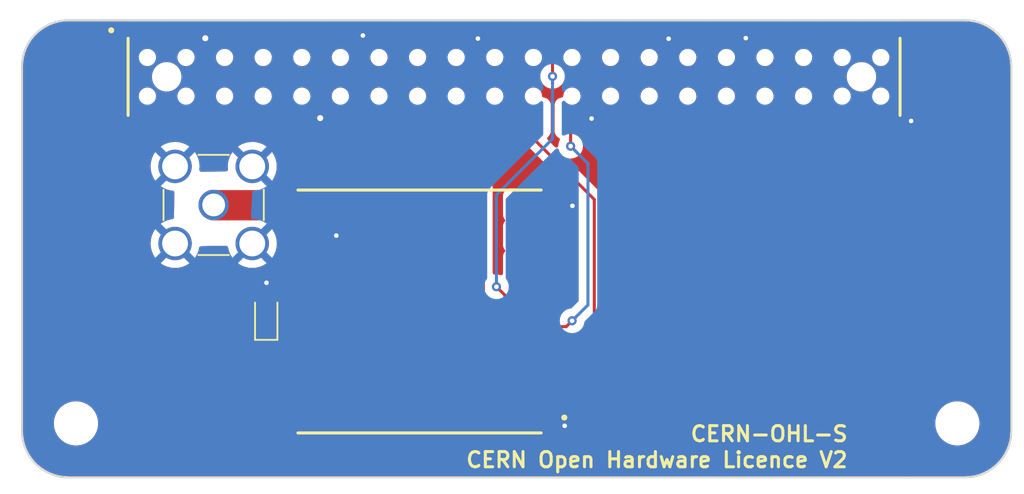
<source format=kicad_pcb>
(kicad_pcb (version 20240108) (generator "pcbnew") (generator_version "8.0")
  (layers (0 "F.Cu" signal) (31 "B.Cu" signal) (34 "B.Paste" user) (35 "F.Paste" user) (36 "B.SilkS" user "B.Silkscreen") (37 "F.SilkS" user "F.Silkscreen") (38 "B.Mask" user) (39 "F.Mask" user) (44 "Edge.Cuts" user))
  (net 0 "")
  (net 1 "5v2RPi")
  (net 2 "GND")
  (net 3 "ANT")
  (net 4 "3v3")
  (footprint "library-kicad:RFM69HCW" (layer "F.Cu") (at 157.52 95.58 180)
    (property "Reference" "REF**" (hide yes))
    (property "Value" "RFM69HCW")
    (fp_line (start 8 8) (end -8 8) (stroke (width 0.2032)) (layer "F.SilkS"))
    (fp_line (start -8 -8) (end 8 -8) (stroke (width 0.2032)) (layer "F.SilkS"))
    (fp_circle (center -9.525 -6.985) (end -9.425 -6.985) (stroke (width 0.2)) (fill none) (layer "F.SilkS"))
    (pad "" smd rect (at -7.5 -7 180) (size 3 1.2) (layers "F.Cu" "F.Paste" "F.Mask") (net 2 "GND"))
    (pad "" smd rect (at -7.5 7 180) (size 3 1.2) (layers "F.Cu" "F.Paste" "F.Mask") (net 2 "GND"))
    (pad "" smd rect (at 7.5 5 180) (size 3 1.2) (layers "F.Cu" "F.Paste" "F.Mask") (net 2 "GND"))
    (pad "" smd rect (at 7.5 7 180) (size 3 1.2) (layers "F.Cu" "F.Paste" "F.Mask") (net 3 "ANT"))
    (pad "3.3v" smd rect (at 7.5 -1 180) (size 3 1.2) (layers "F.Cu" "F.Paste" "F.Mask") (net 4 "3v3"))
    (pad "DIO0" smd rect (at 7.5 -3 180) (size 3 1.2) (layers "F.Cu" "F.Paste" "F.Mask"))
    (pad "DIO1" smd rect (at 7.5 -5 180) (size 3 1.2) (layers "F.Cu" "F.Paste" "F.Mask"))
    (pad "DIO2" smd rect (at 7.5 -7 180) (size 3 1.2) (layers "F.Cu" "F.Paste" "F.Mask"))
    (pad "DIO3" smd rect (at 7.5 3 180) (size 3 1.2) (layers "F.Cu" "F.Paste" "F.Mask"))
    (pad "DIO4" smd rect (at 7.5 1 180) (size 3 1.2) (layers "F.Cu" "F.Paste" "F.Mask"))
    (pad "DIO5" smd rect (at -7.5 5 180) (size 3 1.2) (layers "F.Cu" "F.Paste" "F.Mask"))
    (pad "MISO" smd rect (at -7.5 -5 180) (size 3 1.2) (layers "F.Cu" "F.Paste" "F.Mask"))
    (pad "MOSI" smd rect (at -7.5 -3 180) (size 3 1.2) (layers "F.Cu" "F.Paste" "F.Mask"))
    (pad "NSS" smd rect (at -7.5 1 180) (size 3 1.2) (layers "F.Cu" "F.Paste" "F.Mask"))
    (pad "RST" smd rect (at -7.5 3 180) (size 3 1.2) (layers "F.Cu" "F.Paste" "F.Mask"))
    (pad "SCK" smd rect (at -7.5 -1 180) (size 3 1.2) (layers "F.Cu" "F.Paste" "F.Mask"))
  )
  (footprint "Fiducial:Fiducial_1mm_Mask2mm" (layer "F.Cu") (at 133.04 99.33 90)
    (property "Reference" "FID1" (hide yes))
    (property "Value" "Fiducial_1mm_Mask2mm" (hide yes))
    (pad "" smd circle (at 0 0 90) (size 1 1) (layers "F.Cu" "F.Mask") (clearance 0.5))
  )
  (footprint "Fiducial:Fiducial_1mm_Mask2mm" (layer "F.Cu") (at 194.24 78.63 90)
    (property "Reference" "FID4" (hide yes))
    (property "Value" "Fiducial_1mm_Mask2mm" (hide yes))
    (pad "" smd circle (at 0 0 90) (size 1 1) (layers "F.Cu" "F.Mask") (clearance 0.5))
  )
  (footprint "Fiducial:Fiducial_1mm_Mask2mm" (layer "F.Cu") (at 139.92 104.81 90)
    (property "Reference" "FID3" (hide yes))
    (property "Value" "Fiducial_1mm_Mask2mm" (hide yes))
    (pad "" smd circle (at 0 0 90) (size 1 1) (layers "F.Cu" "F.Mask") (clearance 0.5))
  )
  (footprint "digikey-footprints:RPi_SMD" (layer "F.Cu") (at 163.26 92.155 90)
    (property "Reference" "REF**" (hide yes))
    (property "Value" "RPi_SMD" (hide yes))
    (fp_line (start 14.575 -24.92) (end 9.495 -24.92) (stroke (width 0.2)) (layer "F.SilkS"))
    (fp_line (start 14.575 25.88) (end 9.495 25.88) (stroke (width 0.2)) (layer "F.SilkS"))
    (fp_circle (center 15.1 -26.03) (end 15.1 -26.13) (stroke (width 0.2)) (fill none) (layer "F.SilkS"))
    (fp_line (start 12.705 -31.91) (end -7.855 -31.91) (stroke (width 0.12)) (layer "Edge.Cuts"))
    (fp_line (start -7.855 -31.91) (end -11.295 -31.91) (stroke (width 0.12)) (layer "Edge.Cuts"))
    (fp_line (start 15.765 -28.85) (end 15.765 30.15) (stroke (width 0.12)) (layer "Edge.Cuts"))
    (fp_line (start -14.355 -28.85) (end -14.355 26.46) (stroke (width 0.12)) (layer "Edge.Cuts"))
    (fp_line (start -14.355 26.46) (end -14.355 30.15) (stroke (width 0.12)) (layer "Edge.Cuts"))
    (fp_line (start 12.705 33.21) (end -11.295 33.21) (stroke (width 0.12)) (layer "Edge.Cuts"))
    (fp_arc (start 12.705 -31.91) (mid 14.868747 -31.013747) (end 15.765 -28.85) (stroke (width 0.12)) (layer "Edge.Cuts"))
    (fp_arc (start -14.355 -28.85) (mid -13.458747 -31.013747) (end -11.295 -31.91) (stroke (width 0.12)) (layer "Edge.Cuts"))
    (fp_arc (start 15.765 30.15) (mid 14.868747 32.313747) (end 12.705 33.21) (stroke (width 0.12)) (layer "Edge.Cuts"))
    (fp_arc (start -11.295 33.21) (mid -13.458747 32.313747) (end -14.355 30.15) (stroke (width 0.12)) (layer "Edge.Cuts"))
    (pad "" np_thru_hole circle (at -10.795 -28.35) (size 2.75 2.75) (drill 2.75) (layers "*.Cu" "*.Mask"))
    (pad "" np_thru_hole circle (at -10.795 29.65) (size 2.75 2.75) (drill 2.75) (layers "*.Cu" "*.Mask"))
    (pad "" smd rect (at 9.315 -3.33 180) (size 1.27 1.68) (layers "F.Cu" "F.Paste" "F.Mask") (net 4 "3v3"))
    (pad "" np_thru_hole circle (at 10.765 -23.65 180) (size 0.97 0.97) (drill 0.97) (layers "*.Cu" "*.Mask"))
    (pad "" np_thru_hole circle (at 10.765 -21.11 180) (size 0.97 0.97) (drill 0.97) (layers "*.Cu" "*.Mask"))
    (pad "" np_thru_hole circle (at 10.765 -18.57 180) (size 0.97 0.97) (drill 0.97) (layers "*.Cu" "*.Mask"))
    (pad "" np_thru_hole circle (at 10.765 -16.03 180) (size 0.97 0.97) (drill 0.97) (layers "*.Cu" "*.Mask"))
    (pad "" np_thru_hole circle (at 10.765 -13.49 180) (size 0.97 0.97) (drill 0.97) (layers "*.Cu" "*.Mask"))
    (pad "" np_thru_hole circle (at 10.765 -10.95 180) (size 0.97 0.97) (drill 0.97) (layers "*.Cu" "*.Mask"))
    (pad "" np_thru_hole circle (at 10.765 -8.41 180) (size 0.97 0.97) (drill 0.97) (layers "*.Cu" "*.Mask"))
    (pad "" np_thru_hole circle (at 10.765 -5.87 180) (size 0.97 0.97) (drill 0.97) (layers "*.Cu" "*.Mask"))
    (pad "" np_thru_hole circle (at 10.765 -3.33 180) (size 0.97 0.97) (drill 0.97) (layers "*.Cu" "*.Mask"))
    (pad "" np_thru_hole circle (at 10.765 -0.79 180) (size 0.97 0.97) (drill 0.97) (layers "*.Cu" "*.Mask"))
    (pad "" np_thru_hole circle (at 10.765 1.75 180) (size 0.97 0.97) (drill 0.97) (layers "*.Cu" "*.Mask"))
    (pad "" np_thru_hole circle (at 10.765 4.29 180) (size 0.97 0.97) (drill 0.97) (layers "*.Cu" "*.Mask"))
    (pad "" np_thru_hole circle (at 10.765 6.83 180) (size 0.97 0.97) (drill 0.97) (layers "*.Cu" "*.Mask"))
    (pad "" np_thru_hole circle (at 10.765 9.37 180) (size 0.97 0.97) (drill 0.97) (layers "*.Cu" "*.Mask"))
    (pad "" np_thru_hole circle (at 10.765 11.91 180) (size 0.97 0.97) (drill 0.97) (layers "*.Cu" "*.Mask"))
    (pad "" np_thru_hole circle (at 10.765 14.45 180) (size 0.97 0.97) (drill 0.97) (layers "*.Cu" "*.Mask"))
    (pad "" np_thru_hole circle (at 10.765 16.99 180) (size 0.97 0.97) (drill 0.97) (layers "*.Cu" "*.Mask"))
    (pad "" np_thru_hole circle (at 10.765 19.53 180) (size 0.97 0.97) (drill 0.97) (layers "*.Cu" "*.Mask"))
    (pad "" np_thru_hole circle (at 10.765 22.07 180) (size 0.97 0.97) (drill 0.97) (layers "*.Cu" "*.Mask"))
    (pad "" np_thru_hole circle (at 10.765 24.61 180) (size 0.97 0.97) (drill 0.97) (layers "*.Cu" "*.Mask"))
    (pad "" np_thru_hole circle (at 12.035 -22.38 180) (size 1.78 1.78) (drill 1.78) (layers "*.Cu" "*.Mask"))
    (pad "" np_thru_hole circle (at 12.035 23.34 180) (size 1.78 1.78) (drill 1.78) (layers "*.Cu" "*.Mask"))
    (pad "" np_thru_hole circle (at 13.305 -23.65 180) (size 0.97 0.97) (drill 0.97) (layers "*.Cu" "*.Mask"))
    (pad "" np_thru_hole circle (at 13.305 -21.11 180) (size 0.97 0.97) (drill 0.97) (layers "*.Cu" "*.Mask"))
    (pad "" np_thru_hole circle (at 13.305 -18.57 180) (size 0.97 0.97) (drill 0.97) (layers "*.Cu" "*.Mask"))
    (pad "" np_thru_hole circle (at 13.305 -16.03 180) (size 0.97 0.97) (drill 0.97) (layers "*.Cu" "*.Mask"))
    (pad "" np_thru_hole circle (at 13.305 -13.49 180) (size 0.97 0.97) (drill 0.97) (layers "*.Cu" "*.Mask"))
    (pad "" np_thru_hole circle (at 13.305 -10.95 180) (size 0.97 0.97) (drill 0.97) (layers "*.Cu" "*.Mask"))
    (pad "" np_thru_hole circle (at 13.305 -8.41 180) (size 0.97 0.97) (drill 0.97) (layers "*.Cu" "*.Mask"))
    (pad "" np_thru_hole circle (at 13.305 -5.87 180) (size 0.97 0.97) (drill 0.97) (layers "*.Cu" "*.Mask"))
    (pad "" np_thru_hole circle (at 13.305 -3.33 180) (size 0.97 0.97) (drill 0.97) (layers "*.Cu" "*.Mask"))
    (pad "" np_thru_hole circle (at 13.305 -0.79 180) (size 0.97 0.97) (drill 0.97) (layers "*.Cu" "*.Mask"))
    (pad "" np_thru_hole circle (at 13.305 1.75 180) (size 0.97 0.97) (drill 0.97) (layers "*.Cu" "*.Mask"))
    (pad "" np_thru_hole circle (at 13.305 4.29 180) (size 0.97 0.97) (drill 0.97) (layers "*.Cu" "*.Mask"))
    (pad "" np_thru_hole circle (at 13.305 6.83 180) (size 0.97 0.97) (drill 0.97) (layers "*.Cu" "*.Mask"))
    (pad "" np_thru_hole circle (at 13.305 9.37 180) (size 0.97 0.97) (drill 0.97) (layers "*.Cu" "*.Mask"))
    (pad "" np_thru_hole circle (at 13.305 11.91 180) (size 0.97 0.97) (drill 0.97) (layers "*.Cu" "*.Mask"))
    (pad "" np_thru_hole circle (at 13.305 14.45 180) (size 0.97 0.97) (drill 0.97) (layers "*.Cu" "*.Mask"))
    (pad "" np_thru_hole circle (at 13.305 16.99 180) (size 0.97 0.97) (drill 0.97) (layers "*.Cu" "*.Mask"))
    (pad "" np_thru_hole circle (at 13.305 19.53 180) (size 0.97 0.97) (drill 0.97) (layers "*.Cu" "*.Mask"))
    (pad "" np_thru_hole circle (at 13.305 22.07 180) (size 0.97 0.97) (drill 0.97) (layers "*.Cu" "*.Mask"))
    (pad "" np_thru_hole circle (at 13.305 24.61 180) (size 0.97 0.97) (drill 0.97) (layers "*.Cu" "*.Mask"))
    (pad "01" smd rect (at 14.755 -23.65 180) (size 1.27 1.68) (layers "F.Cu" "F.Paste" "F.Mask") (net 1 "5v2RPi"))
    (pad "03" smd rect (at 14.755 -21.11 180) (size 1.27 1.68) (layers "F.Cu" "F.Paste" "F.Mask"))
    (pad "3v3" smd rect (at 9.315 -23.65 180) (size 1.27 1.68) (layers "F.Cu" "F.Paste" "F.Mask"))
    (pad "04" smd rect (at 9.315 -21.11 180) (size 1.27 1.68) (layers "F.Cu" "F.Paste" "F.Mask"))
    (pad "06" smd rect (at 9.315 -18.57 180) (size 1.27 1.68) (layers "F.Cu" "F.Paste" "F.Mask"))
    (pad "07" smd rect (at 14.755 -16.03 180) (size 1.27 1.68) (layers "F.Cu" "F.Paste" "F.Mask"))
    (pad "08" smd rect (at 9.315 -16.03 180) (size 1.27 1.68) (layers "F.Cu" "F.Paste" "F.Mask"))
    (pad "09" smd rect (at 14.755 -13.49 180) (size 1.27 1.68) (layers "F.Cu" "F.Paste" "F.Mask"))
    (pad "11" smd rect (at 14.755 -10.95 180) (size 1.27 1.68) (layers "F.Cu" "F.Paste" "F.Mask"))
    (pad "14" smd rect (at 9.315 -8.41 180) (size 1.27 1.68) (layers "F.Cu" "F.Paste" "F.Mask"))
    (pad "15" smd rect (at 14.755 -5.87 180) (size 1.27 1.68) (layers "F.Cu" "F.Paste" "F.Mask"))
    (pad "16" smd rect (at 9.315 -5.87 180) (size 1.27 1.68) (layers "F.Cu" "F.Paste" "F.Mask"))
    (pad "17" smd rect (at 14.755 -3.33 180) (size 1.27 1.68) (layers "F.Cu" "F.Paste" "F.Mask"))
    (pad "21" smd rect (at 14.755 1.75 180) (size 1.27 1.68) (layers "F.Cu" "F.Paste" "F.Mask"))
    (pad "25" smd rect (at 14.755 6.83 180) (size 1.27 1.68) (layers "F.Cu" "F.Paste" "F.Mask"))
    (pad "27" smd rect (at 14.755 9.37 180) (size 1.27 1.68) (layers "F.Cu" "F.Paste" "F.Mask"))
    (pad "28" smd rect (at 9.315 9.37 180) (size 1.27 1.68) (layers "F.Cu" "F.Paste" "F.Mask"))
    (pad "30" smd rect (at 9.315 11.91 180) (size 1.27 1.68) (layers "F.Cu" "F.Paste" "F.Mask"))
    (pad "31" smd rect (at 14.755 14.45 180) (size 1.27 1.68) (layers "F.Cu" "F.Paste" "F.Mask"))
    (pad "32" smd rect (at 9.315 14.45 180) (size 1.27 1.68) (layers "F.Cu" "F.Paste" "F.Mask"))
    (pad "34" smd rect (at 9.315 16.99 180) (size 1.27 1.68) (layers "F.Cu" "F.Paste" "F.Mask"))
    (pad "35" smd rect (at 14.755 19.53 180) (size 1.27 1.68) (layers "F.Cu" "F.Paste" "F.Mask"))
    (pad "36" smd rect (at 9.315 19.53 180) (size 1.27 1.68) (layers "F.Cu" "F.Paste" "F.Mask"))
    (pad "37" smd rect (at 14.755 22.07 180) (size 1.27 1.68) (layers "F.Cu" "F.Paste" "F.Mask"))
    (pad "38" smd rect (at 9.315 22.07 180) (size 1.27 1.68) (layers "F.Cu" "F.Paste" "F.Mask"))
    (pad "39" smd rect (at 14.755 24.61 180) (size 1.27 1.68) (layers "F.Cu" "F.Paste" "F.Mask"))
    (pad "CE0_NSS" smd rect (at 14.755 4.29 180) (size 1.27 1.68) (layers "F.Cu" "F.Paste" "F.Mask"))
    (pad "GND" smd rect (at 9.315 -13.49 180) (size 1.27 1.68) (layers "F.Cu" "F.Paste" "F.Mask") (net 2 "GND"))
    (pad "GND" smd rect (at 9.315 6.83 180) (size 1.27 1.68) (layers "F.Cu" "F.Paste" "F.Mask") (net 2 "GND"))
    (pad "GND" smd rect (at 9.315 24.61 180) (size 1.27 1.68) (layers "F.Cu" "F.Paste" "F.Mask") (net 2 "GND"))
    (pad "GND" smd rect (at 14.755 -18.57 180) (size 1.27 1.68) (layers "F.Cu" "F.Paste" "F.Mask") (net 2 "GND"))
    (pad "GND" smd rect (at 14.755 -8.41 180) (size 1.27 1.68) (layers "F.Cu" "F.Paste" "F.Mask") (net 2 "GND"))
    (pad "GND" smd rect (at 14.755 -0.79 180) (size 1.27 1.68) (layers "F.Cu" "F.Paste" "F.Mask") (net 2 "GND"))
    (pad "GND" smd rect (at 14.755 11.91 180) (size 1.27 1.68) (layers "F.Cu" "F.Paste" "F.Mask") (net 2 "GND"))
    (pad "GND" smd rect (at 14.755 16.99 180) (size 1.27 1.68) (layers "F.Cu" "F.Paste" "F.Mask") (net 2 "GND"))
    (pad "GPIO17" smd rect (at 9.315 -10.95 180) (size 1.27 1.68) (layers "F.Cu" "F.Paste" "F.Mask"))
    (pad "MISO" smd rect (at 9.315 1.75 180) (size 1.27 1.68) (layers "F.Cu" "F.Paste" "F.Mask"))
    (pad "MOSI" smd rect (at 9.315 -0.79 180) (size 1.27 1.68) (layers "F.Cu" "F.Paste" "F.Mask"))
    (pad "SLCK" smd rect (at 9.315 4.29 180) (size 1.27 1.68) (layers "F.Cu" "F.Paste" "F.Mask"))
  )
  (footprint "Fiducial:Fiducial_1mm_Mask2mm" (layer "F.Cu") (at 133.4 78.53 90)
    (property "Reference" "FID2" (hide yes))
    (property "Value" "Fiducial_1mm_Mask2mm" (hide yes))
    (pad "" smd circle (at 0 0 90) (size 1 1) (layers "F.Cu" "F.Mask") (clearance 0.5))
  )
  (footprint "Connectors:SMA_THT_Jack_Straight" (layer "F.Cu") (at 143.97 88.56)
    (property "Reference" "REF**" (hide yes))
    (property "Value" "SMA_THT_Jack_Straight" (hide yes))
    (fp_line (start -3.3 -1) (end -3.3 1) (stroke (width 0.12)) (layer "F.SilkS"))
    (fp_line (start -1 -3.3) (end 1 -3.3) (stroke (width 0.12)) (layer "F.SilkS"))
    (fp_line (start -1 3.3) (end 1 3.3) (stroke (width 0.12)) (layer "F.SilkS"))
    (fp_line (start 3.3 -1) (end 3.3 1) (stroke (width 0.12)) (layer "F.SilkS"))
    (pad "" thru_hole circle (at 0 0) (size 2 2) (drill 1.5) (layers "*.Cu" "*.Mask") (net 3 "ANT"))
    (pad "" thru_hole circle (at 2.54 2.54) (size 2.2 2.2) (drill 1.7) (layers "*.Cu" "*.Mask") (net 2 "GND"))
    (pad "2" thru_hole circle (at -2.54 -2.54) (size 2.2 2.2) (drill 1.7) (layers "*.Cu" "*.Mask") (net 2 "GND"))
    (pad "2" thru_hole circle (at -2.54 2.54) (size 2.2 2.2) (drill 1.7) (layers "*.Cu" "*.Mask") (net 2 "GND"))
    (pad "2" thru_hole circle (at 2.54 -2.54) (size 2.2 2.2) (drill 1.7) (layers "*.Cu" "*.Mask") (net 2 "GND"))
  )
  (footprint "Fiducial:Fiducial_1mm_Mask2mm" (layer "F.Cu") (at 194.76 98.95 90)
    (property "Reference" "FID5" (hide yes))
    (property "Value" "Fiducial_1mm_Mask2mm" (hide yes))
    (pad "" smd circle (at 0 0 90) (size 1 1) (layers "F.Cu" "F.Mask") (clearance 0.5))
  )
  (footprint "" (layer "F.Cu") (at 175.35 92.75)
    (property "Reference" "" (at 0 0 0) (layer "F.SilkS") (effects (font (size 1.27 1.27))))
    (property "Value" "")
    (pad "" smd circle (at 0 0 90) (size 1 1) (layers "F.Cu" "F.Mask") (clearance 0.5))
  )
  (footprint "Fiducial:Fiducial_1mm_Mask2mm" (layer "F.Cu") (at 188.91 104.74 90)
    (property "Reference" "FID6" (hide yes))
    (property "Value" "Fiducial_1mm_Mask2mm" (hide yes))
    (pad "" smd circle (at 0 0 90) (size 1 1) (layers "F.Cu" "F.Mask") (clearance 0.5))
  )
  (footprint "LED_SMD:LED_0603_1608Metric_Pad1.05x0.95mm_HandSolder" (layer "F.Cu") (at 147.43 95.7875 90)
    (property "Reference" "D1" (hide yes))
    (property "Value" "" (hide yes))
    (fp_line (start 0.8 -0.735) (end -1.66 -0.735) (stroke (width 0.12)) (layer "F.SilkS"))
    (fp_line (start -1.66 -0.735) (end -1.66 0.735) (stroke (width 0.12)) (layer "F.SilkS"))
    (fp_line (start -1.66 0.735) (end 0.8 0.735) (stroke (width 0.12)) (layer "F.SilkS"))
    (pad "" smd roundrect (at 0.875 0 90) (size 1.05 0.95) (layers "F.Cu" "F.Paste" "F.Mask") (net 2 "GND"))
    (pad "1" smd roundrect (at -0.875 0 90) (size 1.05 0.95) (layers "F.Cu" "F.Paste" "F.Mask") (net 4 "3v3"))
  )
  (footprint "LOGO" (layer "F.Cu") (at 178.87 92.75 90)
    (property "Reference" "G***" (hide yes))
    (property "Value" "LOGO" (hide yes))
  )
  (gr_text "CERN Open Hardware Licence V2" (at 160.48 105.94 0) (layer "F.SilkS") (effects (font (size 1 1) (thickness 0.2) (bold yes)) (justify left bottom)))
  (gr_text "CERN-OHL-S" (at 175.25 104.23 0) (layer "F.SilkS") (effects (font (size 1 1) (thickness 0.2) (bold yes)) (justify left bottom)))
  (segment (start 150.02 98.58) (end 150.92 98.58) (width 0.2) (layer "F.Cu") (net 0))
  (segment (start 166.27 78.68) (end 166.27 80.09) (width 0.2) (layer "F.Cu") (net 0))
  (segment (start 163.13 94.58) (end 163.33 94.58) (width 0.2) (layer "F.Cu") (net 0))
  (segment (start 161.72 84.96) (end 162.47 84.21) (width 0.2) (layer "F.Cu") (net 0))
  (segment (start 161.72 96.63) (end 161.72 84.96) (width 0.2) (layer "F.Cu") (net 0))
  (segment (start 153.44 86.19) (end 152.31 85.06) (width 0.2) (layer "F.Cu") (net 0))
  (segment (start 187.87 77.4) (end 188.49 77.4) (width 0.2) (layer "F.Cu") (net 0))
  (segment (start 163.67 98.58) (end 161.72 96.63) (width 0.2) (layer "F.Cu") (net 0))
  (segment (start 167.56 96.19) (end 167.17 96.58) (width 0.2) (layer "F.Cu") (net 0))
  (segment (start 167.46 84.69) (end 167.46 82.93) (width 0.2) (layer "F.Cu") (net 0))
  (segment (start 153.44 96.06) (end 153.44 86.19) (width 0.2) (layer "F.Cu") (net 0))
  (segment (start 165.02 98.58) (end 163.67 98.58) (width 0.2) (layer "F.Cu") (net 0))
  (segment (start 163.21 94.58) (end 162.58 93.95) (width 0.2) (layer "F.Cu") (net 0))
  (segment (start 152.31 85.06) (end 152.31 82.84) (width 0.2) (layer "F.Cu") (net 0))
  (segment (start 150.92 98.58) (end 153.44 96.06) (width 0.2) (layer "F.Cu") (net 0))
  (segment (start 167.55 77.4) (end 166.27 78.68) (width 0.2) (layer "F.Cu") (net 0))
  (segment (start 184.9 82.84) (end 185.33 82.84) (width 0.2) (layer "F.Cu") (net 0))
  (segment (start 167.46 82.93) (end 167.55 82.84) (width 0.2) (layer "F.Cu") (net 0))
  (segment (start 166.48 100.58) (end 169.02 98.04) (width 0.2) (layer "F.Cu") (net 0))
  (segment (start 182.79 83.53) (end 182.79 82.84) (width 0.2) (layer "F.Cu") (net 0))
  (segment (start 169.02 98.04) (end 169.02 88.2) (width 0.2) (layer "F.Cu") (net 0))
  (segment (start 162.47 84.21) (end 162.47 82.84) (width 0.2) (layer "F.Cu") (net 0))
  (segment (start 169.02 88.2) (end 165.01 84.19) (width 0.2) (layer "F.Cu") (net 0))
  (segment (start 165.02 100.58) (end 166.48 100.58) (width 0.2) (layer "F.Cu") (net 0))
  (segment (start 165.01 84.19) (end 165.01 82.84) (width 0.2) (layer "F.Cu") (net 0))
  (segment (start 163.33 94.58) (end 165.02 94.58) (width 0.2) (layer "F.Cu") (net 0))
  (segment (start 163.33 94.58) (end 163.21 94.58) (width 0.2) (layer "F.Cu") (net 0))
  (segment (start 165.18 92.42) (end 165.02 92.58) (width 0.2) (layer "F.Cu") (net 0))
  (segment (start 167.17 96.58) (end 165.02 96.58) (width 0.2) (layer "F.Cu") (net 0))
  (via (at 167.56 96.19) (size 0.6) (drill 0.3) (layers "F.Cu" "B.Cu") (net 0))
  (via (at 167.46 84.69) (size 0.6) (drill 0.3) (layers "F.Cu" "B.Cu") (net 0))
  (via (at 166.27 80.09) (size 0.6) (drill 0.3) (layers "F.Cu" "B.Cu") (net 0))
  (via (at 162.58 93.95) (size 0.6) (drill 0.3) (layers "F.Cu" "B.Cu") (net 0))
  (segment (start 168.601471 85.831471) (end 167.46 84.69) (width 0.2) (layer "B.Cu") (net 0))
  (segment (start 162.58 87.9) (end 166.27 84.21) (width 0.2) (layer "B.Cu") (net 0))
  (segment (start 167.56 96.19) (end 168.601471 95.148529) (width 0.2) (layer "B.Cu") (net 0))
  (segment (start 168.601471 95.148529) (end 168.601471 85.831471) (width 0.2) (layer "B.Cu") (net 0))
  (segment (start 162.58 93.95) (end 162.58 87.9) (width 0.2) (layer "B.Cu") (net 0))
  (segment (start 166.27 84.21) (end 166.27 80.09) (width 0.2) (layer "B.Cu") (net 0))
  (segment (start 139.19 77.4) (end 139.61 77.4) (width 0.6) (layer "F.Cu") (net 1))
  (segment (start 189.68 82.84) (end 187.87 82.84) (width 0.2) (layer "F.Cu") (net 2))
  (segment (start 166.54 102.58) (end 167.07 103.11) (width 0.2) (layer "F.Cu") (net 2))
  (segment (start 165.02 102.58) (end 166.54 102.58) (width 0.2) (layer "F.Cu") (net 2))
  (segment (start 180.08 77.57) (end 180.25 77.4) (width 0.2) (layer "F.Cu") (net 2))
  (segment (start 161.36 77.6) (end 162.27 77.6) (width 0.6) (layer "F.Cu") (net 2))
  (segment (start 165.02 88.58) (end 167.54 88.58) (width 0.4) (layer "F.Cu") (net 2))
  (segment (start 143.42 77.58) (end 144.51 77.58) (width 0.2) (layer "F.Cu") (net 2))
  (segment (start 144.51 77.58) (end 144.69 77.4) (width 0.2) (layer "F.Cu") (net 2))
  (segment (start 168.87 82.84) (end 168.84 82.87) (width 0.2) (layer "F.Cu") (net 2))
  (segment (start 147.43 94.9125) (end 147.43 93.7075) (width 0.4) (layer "F.Cu") (net 2))
  (segment (start 189.87 83.03) (end 189.68 82.84) (width 0.2) (layer "F.Cu") (net 2))
  (segment (start 153.79 77.4) (end 154.85 77.4) (width 0.2) (layer "F.Cu") (net 2))
  (segment (start 173.91 77.61) (end 174.96 77.61) (width 0.2) (layer "F.Cu") (net 2))
  (segment (start 170.09 82.84) (end 168.87 82.84) (width 0.5) (layer "F.Cu") (net 2))
  (segment (start 174.96 77.61) (end 175.17 77.4) (width 0.2) (layer "F.Cu") (net 2))
  (segment (start 167.54 88.58) (end 167.58 88.62) (width 0.4) (layer "F.Cu") (net 2))
  (segment (start 152.04 90.58) (end 150.02 90.58) (width 0.5) (layer "F.Cu") (net 2))
  (segment (start 150.98 82.84) (end 149.77 82.84) (width 0.2) (layer "F.Cu") (net 2))
  (segment (start 187.87 83.025) (end 187.87 83.28) (width 0.6) (layer "F.Cu") (net 2))
  (segment (start 178.99 77.57) (end 180.08 77.57) (width 0.2) (layer "F.Cu") (net 2))
  (segment (start 162.27 77.6) (end 162.47 77.4) (width 0.2) (layer "F.Cu") (net 2))
  (segment (start 142.09 90.58) (end 141.55 91.12) (width 0.3) (layer "F.Cu") (net 2))
  (segment (start 187.87 83.3) (end 187.87 83.025) (width 0.6) (layer "F.Cu") (net 2))
  (via (at 167.07 103.11) (size 0.6) (drill 0.3) (layers "F.Cu" "B.Cu") (net 2))
  (via (at 178.99 77.57) (size 0.6) (drill 0.3) (layers "F.Cu" "B.Cu") (net 2))
  (via (at 147.45 93.6875) (size 0.6) (drill 0.3) (layers "F.Cu" "B.Cu") (net 2))
  (via (at 189.87 83.03) (size 0.6) (drill 0.3) (layers "F.Cu" "B.Cu") (net 2))
  (via (at 168.84 82.87) (size 0.6) (drill 0.3) (layers "F.Cu" "B.Cu") (net 2))
  (via (at 153.79 77.4) (size 0.6) (drill 0.3) (layers "F.Cu" "B.Cu") (net 2))
  (via (at 150.98 82.84) (size 0.8) (drill 0.4) (layers "F.Cu" "B.Cu") (net 2))
  (via (at 167.58 88.62) (size 0.6) (drill 0.3) (layers "F.Cu" "B.Cu") (net 2))
  (via (at 143.42 77.58) (size 0.8) (drill 0.4) (layers "F.Cu" "B.Cu") (net 2))
  (via (at 152.04 90.58) (size 0.6) (drill 0.3) (layers "F.Cu" "B.Cu") (net 2))
  (via (at 161.36 77.6) (size 0.6) (drill 0.3) (layers "F.Cu" "B.Cu") (net 2))
  (via (at 173.91 77.61) (size 0.6) (drill 0.3) (layers "F.Cu" "B.Cu") (net 2))
  (segment (start 143.99 88.58) (end 143.97 88.56) (width 0.2) (layer "F.Cu") (net 3))
  (segment (start 150.02 88.58) (end 143.99 88.58) (width 2) (layer "F.Cu") (net 3))
  (segment (start 159.93 82.84) (end 159.93 96.39) (width 0.5) (layer "F.Cu") (net 4))
  (segment (start 147.525 96.58) (end 147.45 96.655) (width 0.2) (layer "F.Cu") (net 4))
  (segment (start 147.43 103.49) (end 147.43 96.6625) (width 0.5) (layer "F.Cu") (net 4))
  (segment (start 148.42 104.48) (end 147.43 103.49) (width 0.5) (layer "F.Cu") (net 4))
  (segment (start 151.84 104.48) (end 148.42 104.48) (width 0.5) (layer "F.Cu") (net 4))
  (segment (start 159.93 96.39) (end 151.84 104.48) (width 0.5) (layer "F.Cu") (net 4))
  (segment (start 150.92 96.58) (end 150.02 96.58) (width 0.2) (layer "F.Cu") (net 4))
  (segment (start 150.02 96.58) (end 147.525 96.58) (width 0.4) (layer "F.Cu") (net 4))
  (zone (net 4) (net_name "3v3") (layer "F.Cu") (connect_pads (clearance 0.508)) (min_thickness 0.254) (fill yes (thermal_gap 0.508) (thermal_bridge_width 0.508))
    (polygon (pts (xy 135.94 75.85) (xy 137.94 75.85) (xy 138.14 75.85) (xy 196.97 75.72) (xy 196.86 91.75) (xy 196.86 98.75) (xy 196.79 106.97) (xy 188 107.26) (xy 182.89 107.56) (xy 157.7 107.22) (xy 129.985 106.62) (xy 130.055 87.32) (xy 130.055 85.641348) (xy 130.11 75.76)))
  )
  (zone (net 0) (net_name "") (layers "F&B.Cu") (connect_pads (clearance 0)) (min_thickness 0.25)
    (keepout (tracks allowed) (vias allowed) (pads allowed) (copperpour not_allowed) (footprints allowed))
    (fill (thermal_gap 0.5) (thermal_bridge_width 0.5))
    (polygon (pts (xy 141.41 86.39) (xy 146.57 86.33) (xy 146.41 89.68) (xy 146.41 91.26) (xy 143.97 91.26) (xy 141.32 91.32)))
  )
  (zone (net 2) (net_name "GND") (layer "B.Cu") (name "Gnd") (connect_pads (clearance 0.508)) (min_thickness 0.254) (fill yes (thermal_gap 0.508) (thermal_bridge_width 0.508))
    (polygon (pts (xy 197.31 75.06) (xy 197.05 107.53) (xy 129.91 107.6) (xy 130.09 75.8)))
  )
)
</source>
